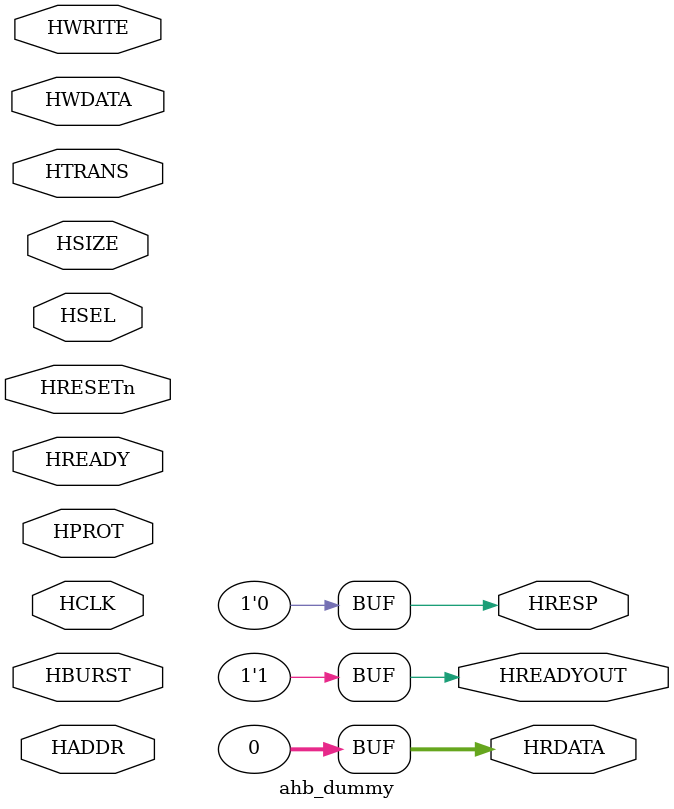
<source format=sv>
module ahb_dummy #(
  parameter HADDR_SIZE        = 32,
  parameter HDATA_SIZE        = 32
)
(
  input                       HRESETn,
  input                       HCLK,
  input                       HSEL,
  input      [HADDR_SIZE-1:0] HADDR,
  input      [HDATA_SIZE-1:0] HWDATA,
  output     [HDATA_SIZE-1:0] HRDATA,
  input                       HWRITE,
  input      [           2:0] HSIZE,
  input      [           2:0] HBURST,
  input      [           3:0] HPROT,
  input      [           1:0] HTRANS,
  output                      HREADYOUT,
  input                       HREADY,
  output                      HRESP
);
  assign HRESP = 1'b0;
  assign HREADYOUT = 1'b1;
  assign HRDATA = 32'd0;
endmodule

</source>
